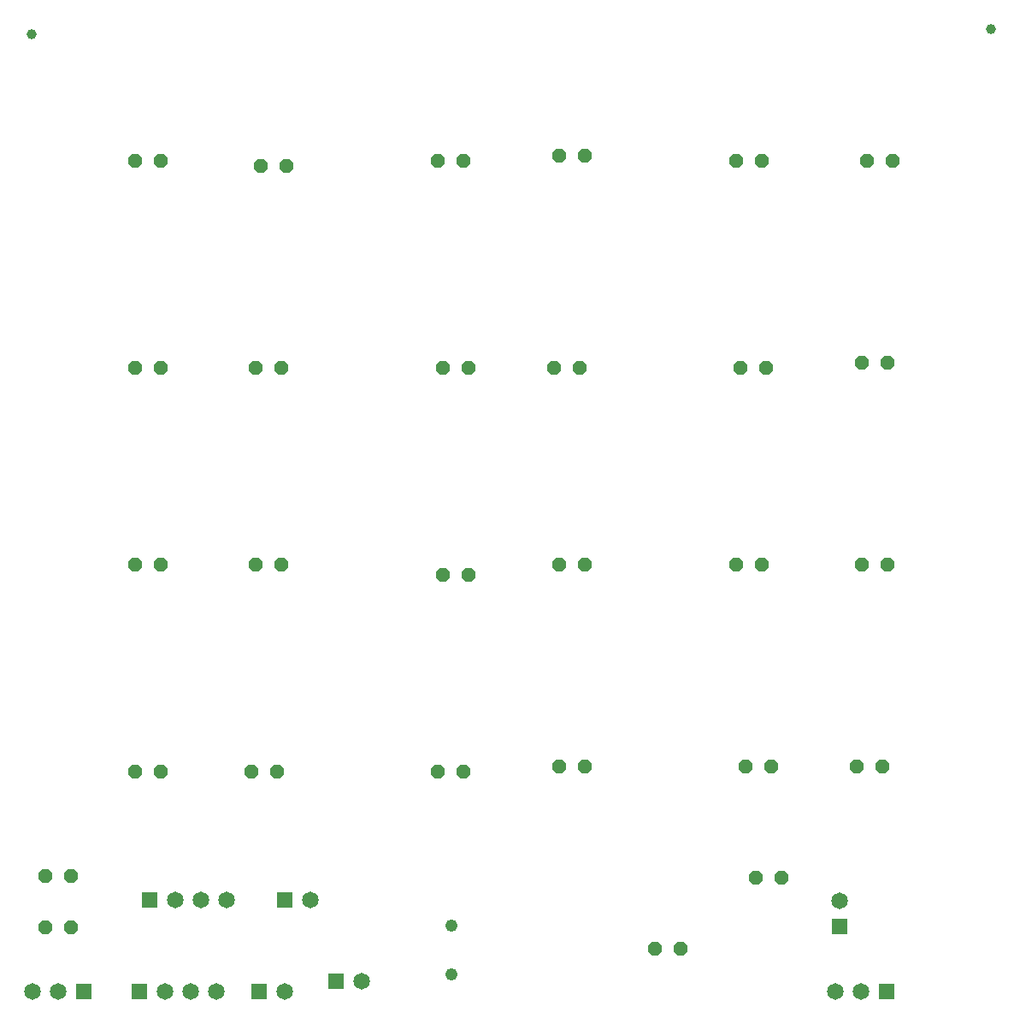
<source format=gbs>
G75*
%MOIN*%
%OFA0B0*%
%FSLAX25Y25*%
%IPPOS*%
%LPD*%
%AMOC8*
5,1,8,0,0,1.08239X$1,22.5*
%
%ADD10C,0.03937*%
%ADD11R,0.06496X0.06496*%
%ADD12C,0.06496*%
%ADD13C,0.04800*%
%ADD14OC8,0.05600*%
D10*
X0073619Y0386047D03*
X0447635Y0388015D03*
D11*
X0172217Y0048621D03*
X0192335Y0017125D03*
X0162335Y0013188D03*
X0119540Y0048621D03*
X0115485Y0013188D03*
X0094028Y0013188D03*
X0388579Y0038527D03*
X0407020Y0013188D03*
D12*
X0074028Y0013188D03*
X0084028Y0013188D03*
X0125485Y0013188D03*
X0135485Y0013188D03*
X0145485Y0013188D03*
X0172335Y0013188D03*
X0202335Y0017125D03*
X0182217Y0048621D03*
X0149540Y0048621D03*
X0139540Y0048621D03*
X0129540Y0048621D03*
X0388579Y0048527D03*
X0387020Y0013188D03*
X0397020Y0013188D03*
D13*
X0237453Y0019759D03*
X0237453Y0038759D03*
D14*
X0242005Y0098645D03*
X0232005Y0098645D03*
X0279249Y0100614D03*
X0289249Y0100614D03*
X0352083Y0100614D03*
X0362083Y0100614D03*
X0395390Y0100614D03*
X0405390Y0100614D03*
X0366020Y0057306D03*
X0356020Y0057306D03*
X0326650Y0029747D03*
X0316650Y0029747D03*
X0169170Y0098645D03*
X0159170Y0098645D03*
X0123894Y0098645D03*
X0113894Y0098645D03*
X0089028Y0058188D03*
X0079028Y0058188D03*
X0079028Y0038188D03*
X0089028Y0038188D03*
X0233973Y0175417D03*
X0243973Y0175417D03*
X0279249Y0179354D03*
X0289249Y0179354D03*
X0348146Y0179354D03*
X0358146Y0179354D03*
X0397359Y0179354D03*
X0407359Y0179354D03*
X0407359Y0258094D03*
X0397359Y0258094D03*
X0360115Y0256125D03*
X0350115Y0256125D03*
X0287280Y0256125D03*
X0277280Y0256125D03*
X0243973Y0256125D03*
X0233973Y0256125D03*
X0171138Y0256125D03*
X0161138Y0256125D03*
X0123894Y0256125D03*
X0113894Y0256125D03*
X0113894Y0179354D03*
X0123894Y0179354D03*
X0161138Y0179354D03*
X0171138Y0179354D03*
X0173107Y0334865D03*
X0163107Y0334865D03*
X0123894Y0336834D03*
X0113894Y0336834D03*
X0232005Y0336834D03*
X0242005Y0336834D03*
X0279249Y0338802D03*
X0289249Y0338802D03*
X0348146Y0336834D03*
X0358146Y0336834D03*
X0399327Y0336834D03*
X0409327Y0336834D03*
M02*

</source>
